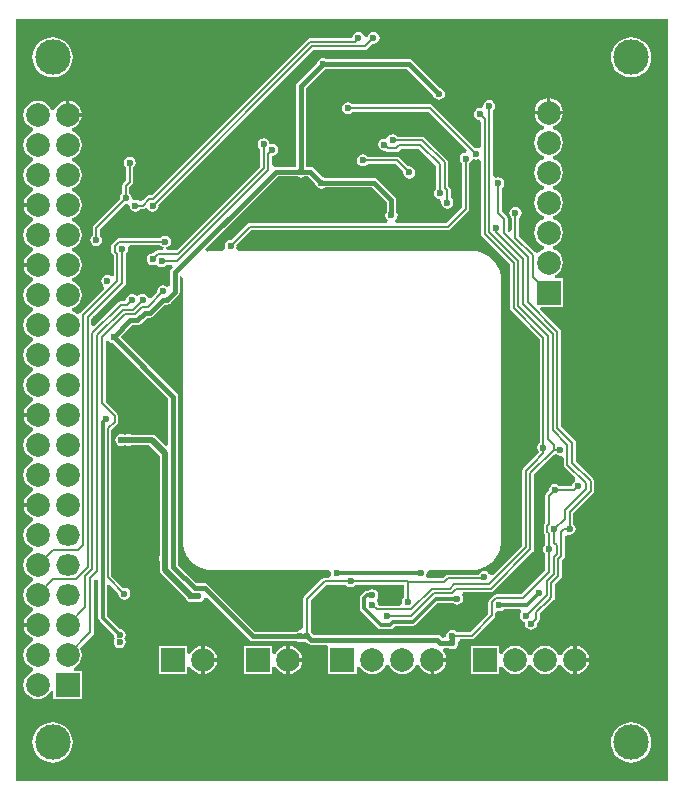
<source format=gbl>
G04*
G04 #@! TF.GenerationSoftware,Altium Limited,Altium Designer,20.0.11 (256)*
G04*
G04 Layer_Physical_Order=2*
G04 Layer_Color=5485115*
%FSLAX24Y24*%
%MOIN*%
G70*
G01*
G75*
%ADD10C,0.0118*%
%ADD11C,0.0079*%
%ADD61C,0.0157*%
%ADD63C,0.0197*%
%ADD65R,0.0787X0.0787*%
%ADD66C,0.0787*%
%ADD67O,0.0787X0.0709*%
%ADD68R,0.0787X0.0787*%
%ADD69C,0.1181*%
%ADD70C,0.0236*%
G36*
X21872Y161D02*
X161D01*
X161Y25568D01*
X21872D01*
X21872Y161D01*
D02*
G37*
%LPC*%
G36*
X12067Y25132D02*
X11990Y25117D01*
X11925Y25073D01*
X11882Y25008D01*
X11878Y24991D01*
X11857Y24974D01*
X11760Y25000D01*
X11750Y25008D01*
X11707Y25073D01*
X11642Y25117D01*
X11565Y25132D01*
X11488Y25117D01*
X11423Y25073D01*
X11380Y25008D01*
X11364Y24931D01*
X11358Y24924D01*
X9954D01*
X9908Y24914D01*
X9869Y24888D01*
X9869Y24888D01*
X4668Y19687D01*
X4596D01*
X4596Y19687D01*
X4550Y19678D01*
X4511Y19652D01*
X4372Y19513D01*
X4276Y19482D01*
X4211Y19526D01*
X4134Y19541D01*
X4102Y19535D01*
X4030Y19568D01*
X4004Y19608D01*
X3994Y19654D01*
X3951Y19719D01*
X3929Y19733D01*
Y19940D01*
X4032Y20043D01*
X4032Y20043D01*
X4058Y20082D01*
X4067Y20128D01*
X4067Y20128D01*
Y20611D01*
X4089Y20626D01*
X4132Y20691D01*
X4148Y20768D01*
X4132Y20845D01*
X4089Y20910D01*
X4024Y20953D01*
X3947Y20968D01*
X3870Y20953D01*
X3805Y20910D01*
X3761Y20845D01*
X3746Y20768D01*
X3761Y20691D01*
X3805Y20626D01*
X3826Y20611D01*
Y20178D01*
X3724Y20075D01*
X3698Y20036D01*
X3689Y19990D01*
X3689Y19990D01*
Y19733D01*
X3667Y19719D01*
X3624Y19654D01*
X3608Y19577D01*
X3613Y19551D01*
X2740Y18678D01*
X2714Y18639D01*
X2704Y18593D01*
X2704Y18593D01*
Y18345D01*
X2683Y18331D01*
X2639Y18266D01*
X2624Y18189D01*
X2639Y18112D01*
X2683Y18047D01*
X2748Y18004D01*
X2825Y17988D01*
X2902Y18004D01*
X2967Y18047D01*
X3010Y18112D01*
X3026Y18189D01*
X3010Y18266D01*
X2967Y18331D01*
X2945Y18345D01*
Y18543D01*
X3784Y19381D01*
X3809Y19376D01*
X3841Y19382D01*
X3913Y19350D01*
X3939Y19309D01*
X3948Y19264D01*
X3992Y19199D01*
X4057Y19155D01*
X4134Y19140D01*
X4211Y19155D01*
X4276Y19199D01*
X4290Y19220D01*
X4370D01*
X4370Y19220D01*
X4416Y19229D01*
X4423Y19234D01*
X4476Y19245D01*
X4549Y19210D01*
X4563Y19189D01*
X4628Y19145D01*
X4705Y19130D01*
X4782Y19145D01*
X4847Y19189D01*
X4890Y19254D01*
X4905Y19331D01*
X4900Y19356D01*
X10070Y24525D01*
X11781D01*
X11782Y24525D01*
X11828Y24534D01*
X11867Y24561D01*
X12042Y24735D01*
X12067Y24730D01*
X12144Y24746D01*
X12209Y24789D01*
X12252Y24854D01*
X12268Y24931D01*
X12252Y25008D01*
X12209Y25073D01*
X12144Y25117D01*
X12067Y25132D01*
D02*
G37*
G36*
X20659Y24954D02*
X20528Y24941D01*
X20402Y24903D01*
X20286Y24841D01*
X20184Y24757D01*
X20100Y24655D01*
X20038Y24539D01*
X20000Y24413D01*
X19987Y24281D01*
X20000Y24150D01*
X20038Y24024D01*
X20100Y23908D01*
X20184Y23806D01*
X20286Y23722D01*
X20402Y23660D01*
X20528Y23622D01*
X20659Y23609D01*
X20791Y23622D01*
X20917Y23660D01*
X21033Y23722D01*
X21135Y23806D01*
X21219Y23908D01*
X21281Y24024D01*
X21319Y24150D01*
X21332Y24281D01*
X21319Y24413D01*
X21281Y24539D01*
X21219Y24655D01*
X21135Y24757D01*
X21033Y24841D01*
X20917Y24903D01*
X20791Y24941D01*
X20659Y24954D01*
D02*
G37*
G36*
X1373D02*
X1242Y24941D01*
X1116Y24903D01*
X1000Y24841D01*
X898Y24757D01*
X814Y24655D01*
X752Y24539D01*
X714Y24413D01*
X701Y24281D01*
X714Y24150D01*
X752Y24024D01*
X814Y23908D01*
X898Y23806D01*
X1000Y23722D01*
X1116Y23660D01*
X1242Y23622D01*
X1373Y23609D01*
X1504Y23622D01*
X1631Y23660D01*
X1747Y23722D01*
X1849Y23806D01*
X1932Y23908D01*
X1994Y24024D01*
X2033Y24150D01*
X2046Y24281D01*
X2033Y24413D01*
X1994Y24539D01*
X1932Y24655D01*
X1849Y24757D01*
X1747Y24841D01*
X1631Y24903D01*
X1504Y24941D01*
X1373Y24954D01*
D02*
G37*
G36*
X10384Y24266D02*
X10307Y24250D01*
X10242Y24207D01*
X10198Y24142D01*
X10190Y24098D01*
X9532Y23440D01*
X9497Y23388D01*
X9485Y23327D01*
X9485Y23327D01*
Y20633D01*
X8806D01*
X8806Y20633D01*
X8782Y20628D01*
X8697Y20681D01*
X8683Y20698D01*
Y20994D01*
X8691Y21000D01*
X8768Y21015D01*
X8833Y21059D01*
X8876Y21124D01*
X8892Y21201D01*
X8876Y21278D01*
X8833Y21343D01*
X8768Y21386D01*
X8691Y21401D01*
X8614Y21386D01*
X8595Y21433D01*
X8591Y21455D01*
X8547Y21520D01*
X8482Y21563D01*
X8406Y21579D01*
X8329Y21563D01*
X8264Y21520D01*
X8220Y21455D01*
X8205Y21378D01*
X8220Y21301D01*
X8264Y21236D01*
X8285Y21222D01*
Y20627D01*
X5505Y17847D01*
X5176D01*
X5172Y17849D01*
X5164Y17948D01*
X5195Y17954D01*
X5260Y17998D01*
X5304Y18063D01*
X5319Y18140D01*
X5304Y18217D01*
X5260Y18282D01*
X5195Y18325D01*
X5118Y18340D01*
X5041Y18325D01*
X4976Y18282D01*
X4962Y18260D01*
X3593D01*
X3593Y18260D01*
X3547Y18251D01*
X3508Y18225D01*
X3508Y18225D01*
X3370Y18087D01*
X3343Y18047D01*
X3334Y18001D01*
X3334Y18001D01*
Y17806D01*
X3334Y17806D01*
X3343Y17760D01*
X3370Y17721D01*
X3413Y17677D01*
Y17027D01*
X3375Y17002D01*
X3315Y16984D01*
X3266Y17016D01*
X3189Y17031D01*
X3112Y17016D01*
X3047Y16973D01*
X3004Y16908D01*
X2988Y16831D01*
X3004Y16754D01*
X3047Y16689D01*
X3064Y16677D01*
X3084Y16558D01*
X2300Y15774D01*
X2290Y15759D01*
X2278Y15750D01*
X2204Y15731D01*
X2172Y15730D01*
X2111Y15777D01*
X2024Y15813D01*
Y15915D01*
X2111Y15951D01*
X2210Y16027D01*
X2286Y16126D01*
X2333Y16241D01*
X2350Y16364D01*
X2333Y16488D01*
X2286Y16602D01*
X2210Y16701D01*
X2111Y16777D01*
X2024Y16813D01*
Y16915D01*
X2111Y16952D01*
X2210Y17027D01*
X2286Y17126D01*
X2333Y17241D01*
X2350Y17364D01*
X2333Y17488D01*
X2286Y17602D01*
X2210Y17701D01*
X2111Y17777D01*
X2024Y17813D01*
Y17915D01*
X2111Y17952D01*
X2210Y18027D01*
X2286Y18126D01*
X2333Y18241D01*
X2350Y18364D01*
X2333Y18488D01*
X2286Y18602D01*
X2210Y18701D01*
X2111Y18777D01*
X2024Y18813D01*
Y18915D01*
X2111Y18951D01*
X2210Y19027D01*
X2286Y19126D01*
X2333Y19241D01*
X2350Y19364D01*
X2333Y19488D01*
X2286Y19602D01*
X2210Y19701D01*
X2111Y19777D01*
X2024Y19813D01*
Y19915D01*
X2111Y19951D01*
X2210Y20027D01*
X2286Y20126D01*
X2333Y20241D01*
X2350Y20364D01*
X2333Y20488D01*
X2286Y20602D01*
X2210Y20701D01*
X2111Y20777D01*
X2024Y20813D01*
Y20915D01*
X2111Y20951D01*
X2210Y21027D01*
X2286Y21126D01*
X2333Y21241D01*
X2350Y21364D01*
X2333Y21488D01*
X2286Y21602D01*
X2210Y21701D01*
X2111Y21777D01*
X2024Y21813D01*
Y21915D01*
X2111Y21951D01*
X2210Y22027D01*
X2286Y22126D01*
X2333Y22241D01*
X2342Y22305D01*
X1873D01*
Y22364D01*
X1814D01*
Y22833D01*
X1750Y22824D01*
X1635Y22777D01*
X1536Y22701D01*
X1460Y22602D01*
X1424Y22515D01*
X1322D01*
X1286Y22602D01*
X1210Y22701D01*
X1111Y22777D01*
X996Y22824D01*
X873Y22841D01*
X750Y22824D01*
X635Y22777D01*
X536Y22701D01*
X460Y22602D01*
X413Y22488D01*
X397Y22364D01*
X413Y22241D01*
X460Y22126D01*
X536Y22027D01*
X635Y21951D01*
X722Y21915D01*
Y21813D01*
X635Y21777D01*
X536Y21701D01*
X460Y21602D01*
X413Y21488D01*
X397Y21364D01*
X413Y21241D01*
X460Y21126D01*
X536Y21027D01*
X635Y20951D01*
X722Y20915D01*
Y20813D01*
X635Y20777D01*
X536Y20701D01*
X460Y20602D01*
X413Y20488D01*
X397Y20364D01*
X413Y20241D01*
X460Y20126D01*
X536Y20027D01*
X635Y19951D01*
X722Y19915D01*
Y19813D01*
X635Y19777D01*
X536Y19701D01*
X460Y19602D01*
X413Y19488D01*
X404Y19423D01*
X873D01*
Y19305D01*
X404D01*
X413Y19241D01*
X460Y19126D01*
X536Y19027D01*
X635Y18951D01*
X722Y18915D01*
Y18813D01*
X635Y18777D01*
X536Y18701D01*
X460Y18602D01*
X413Y18488D01*
X397Y18364D01*
X413Y18241D01*
X460Y18126D01*
X536Y18027D01*
X635Y17952D01*
X722Y17915D01*
Y17813D01*
X635Y17777D01*
X536Y17701D01*
X460Y17602D01*
X413Y17488D01*
X404Y17423D01*
X873D01*
Y17305D01*
X404D01*
X413Y17241D01*
X460Y17126D01*
X536Y17027D01*
X635Y16952D01*
X722Y16915D01*
Y16813D01*
X635Y16777D01*
X536Y16701D01*
X460Y16602D01*
X413Y16488D01*
X397Y16364D01*
X413Y16241D01*
X460Y16126D01*
X536Y16027D01*
X635Y15951D01*
X722Y15915D01*
Y15813D01*
X635Y15777D01*
X536Y15701D01*
X460Y15602D01*
X413Y15488D01*
X397Y15364D01*
X413Y15241D01*
X460Y15126D01*
X536Y15027D01*
X635Y14951D01*
X722Y14915D01*
Y14813D01*
X635Y14777D01*
X536Y14701D01*
X460Y14602D01*
X413Y14488D01*
X397Y14364D01*
X413Y14241D01*
X460Y14126D01*
X536Y14027D01*
X635Y13951D01*
X722Y13915D01*
Y13813D01*
X635Y13777D01*
X536Y13701D01*
X460Y13602D01*
X413Y13488D01*
X397Y13364D01*
X413Y13241D01*
X460Y13126D01*
X536Y13027D01*
X635Y12952D01*
X722Y12915D01*
Y12813D01*
X635Y12777D01*
X536Y12701D01*
X460Y12602D01*
X413Y12488D01*
X404Y12423D01*
X873D01*
Y12305D01*
X404D01*
X413Y12241D01*
X460Y12126D01*
X536Y12027D01*
X635Y11952D01*
X722Y11915D01*
Y11813D01*
X635Y11777D01*
X536Y11701D01*
X460Y11602D01*
X413Y11488D01*
X397Y11364D01*
X413Y11241D01*
X460Y11126D01*
X536Y11027D01*
X635Y10951D01*
X722Y10915D01*
Y10813D01*
X635Y10777D01*
X536Y10701D01*
X460Y10602D01*
X413Y10488D01*
X397Y10364D01*
X413Y10241D01*
X460Y10126D01*
X536Y10027D01*
X635Y9952D01*
X722Y9915D01*
Y9813D01*
X635Y9777D01*
X536Y9701D01*
X460Y9602D01*
X413Y9488D01*
X404Y9423D01*
X873D01*
Y9305D01*
X404D01*
X413Y9241D01*
X460Y9126D01*
X536Y9027D01*
X635Y8952D01*
X722Y8915D01*
Y8813D01*
X635Y8777D01*
X536Y8701D01*
X460Y8602D01*
X413Y8487D01*
X397Y8364D01*
X413Y8241D01*
X460Y8126D01*
X536Y8027D01*
X635Y7951D01*
X722Y7915D01*
Y7813D01*
X635Y7777D01*
X536Y7701D01*
X460Y7602D01*
X413Y7487D01*
X397Y7364D01*
X413Y7241D01*
X460Y7126D01*
X536Y7027D01*
X635Y6952D01*
X722Y6915D01*
Y6813D01*
X635Y6777D01*
X536Y6701D01*
X460Y6602D01*
X413Y6488D01*
X397Y6364D01*
X413Y6241D01*
X460Y6126D01*
X536Y6027D01*
X635Y5951D01*
X722Y5915D01*
Y5813D01*
X635Y5777D01*
X536Y5701D01*
X460Y5602D01*
X413Y5487D01*
X404Y5423D01*
X873D01*
Y5305D01*
X404D01*
X413Y5241D01*
X460Y5126D01*
X536Y5027D01*
X635Y4951D01*
X722Y4915D01*
Y4813D01*
X635Y4777D01*
X536Y4701D01*
X460Y4602D01*
X413Y4487D01*
X397Y4364D01*
X413Y4241D01*
X460Y4126D01*
X536Y4027D01*
X635Y3952D01*
X722Y3915D01*
Y3813D01*
X635Y3777D01*
X536Y3701D01*
X460Y3602D01*
X413Y3487D01*
X397Y3364D01*
X413Y3241D01*
X460Y3126D01*
X536Y3027D01*
X635Y2952D01*
X750Y2904D01*
X873Y2888D01*
X996Y2904D01*
X1111Y2952D01*
X1210Y3027D01*
X1286Y3126D01*
X1302Y3166D01*
X1401Y3146D01*
Y2892D01*
X2346D01*
Y3837D01*
X2091D01*
X2072Y3935D01*
X2111Y3952D01*
X2210Y4027D01*
X2286Y4126D01*
X2333Y4241D01*
X2350Y4364D01*
X2333Y4487D01*
X2286Y4602D01*
X2284Y4605D01*
X2713Y5034D01*
X2739Y5073D01*
X2748Y5119D01*
Y6858D01*
X2796Y6896D01*
X2894Y6852D01*
Y5597D01*
X2905Y5544D01*
X2935Y5498D01*
X3402Y5031D01*
X3402Y5030D01*
X3417Y4953D01*
X3445Y4911D01*
X3417Y4870D01*
X3402Y4793D01*
X3417Y4716D01*
X3460Y4651D01*
X3526Y4608D01*
X3602Y4593D01*
X3679Y4608D01*
X3744Y4651D01*
X3788Y4716D01*
X3803Y4793D01*
X3788Y4870D01*
X3760Y4911D01*
X3788Y4953D01*
X3803Y5030D01*
X3788Y5106D01*
X3744Y5171D01*
X3679Y5215D01*
X3602Y5230D01*
X3601Y5230D01*
X3175Y5656D01*
Y6693D01*
X3266Y6731D01*
X3564Y6433D01*
X3559Y6407D01*
X3574Y6331D01*
X3618Y6266D01*
X3683Y6222D01*
X3760Y6207D01*
X3837Y6222D01*
X3902Y6266D01*
X3945Y6331D01*
X3961Y6407D01*
X3945Y6484D01*
X3902Y6549D01*
X3837Y6593D01*
X3760Y6608D01*
X3734Y6603D01*
X3332Y7005D01*
Y11863D01*
X3520Y12051D01*
X3520Y12051D01*
X3546Y12090D01*
X3555Y12136D01*
X3555Y12136D01*
Y12323D01*
X3555Y12323D01*
X3546Y12369D01*
X3520Y12408D01*
X3520Y12408D01*
X3135Y12793D01*
Y14834D01*
X3234Y14854D01*
X3264Y14809D01*
X3329Y14765D01*
X3373Y14757D01*
X5233Y12896D01*
Y11352D01*
X5142Y11314D01*
X4803Y11653D01*
X4744Y11692D01*
X4675Y11706D01*
X3982D01*
X3974Y11711D01*
X3898Y11726D01*
X3821Y11711D01*
X3814Y11706D01*
X3745D01*
X3738Y11711D01*
X3661Y11726D01*
X3585Y11711D01*
X3519Y11668D01*
X3476Y11602D01*
X3461Y11526D01*
X3476Y11449D01*
X3519Y11384D01*
X3585Y11340D01*
X3661Y11325D01*
X3738Y11340D01*
X3745Y11345D01*
X3814D01*
X3821Y11340D01*
X3898Y11325D01*
X3974Y11340D01*
X3982Y11345D01*
X4600D01*
X4937Y11008D01*
Y7673D01*
X4933Y7665D01*
X4917Y7589D01*
X4933Y7512D01*
X4937Y7505D01*
Y7193D01*
X4951Y7124D01*
X4990Y7065D01*
X5805Y6251D01*
X5807Y6242D01*
X5850Y6177D01*
X5915Y6133D01*
X5992Y6118D01*
X6069Y6133D01*
X6076Y6138D01*
X6144D01*
X6152Y6133D01*
X6228Y6118D01*
X6305Y6133D01*
X6370Y6177D01*
X6414Y6242D01*
X6415Y6250D01*
X6522Y6282D01*
X7938Y4867D01*
X7938Y4867D01*
X7990Y4832D01*
X8051Y4820D01*
X9502D01*
X9539Y4795D01*
X9616Y4780D01*
X9693Y4795D01*
X9730Y4820D01*
X9738D01*
X9776Y4795D01*
X9819Y4786D01*
X9857Y4749D01*
X9857Y4749D01*
X9909Y4714D01*
X9970Y4702D01*
X9970Y4702D01*
X10476D01*
X10559Y4665D01*
X10559Y4603D01*
Y3720D01*
X11504D01*
Y3975D01*
X11602Y3994D01*
X11619Y3955D01*
X11695Y3856D01*
X11793Y3780D01*
X11908Y3733D01*
X12032Y3716D01*
X12155Y3733D01*
X12270Y3780D01*
X12368Y3856D01*
X12444Y3955D01*
X12480Y4042D01*
X12583D01*
X12619Y3955D01*
X12695Y3856D01*
X12793Y3780D01*
X12908Y3733D01*
X13032Y3716D01*
X13155Y3733D01*
X13270Y3780D01*
X13368Y3856D01*
X13444Y3955D01*
X13480Y4042D01*
X13583D01*
X13619Y3955D01*
X13695Y3856D01*
X13793Y3780D01*
X13908Y3733D01*
X13972Y3724D01*
Y4193D01*
X14031D01*
Y4252D01*
X14500D01*
X14492Y4316D01*
X14444Y4431D01*
X14388Y4505D01*
X14418Y4587D01*
X14431Y4603D01*
X14566D01*
X14618Y4569D01*
X14695Y4553D01*
X14772Y4569D01*
X14837Y4612D01*
X14880Y4677D01*
X14896Y4754D01*
X14890Y4781D01*
X14953Y4873D01*
X14963Y4880D01*
X15335D01*
X15335Y4880D01*
X15381Y4889D01*
X15420Y4915D01*
X16099Y5594D01*
X16125Y5633D01*
X16134Y5679D01*
Y5761D01*
X16233Y5828D01*
X16260Y5823D01*
X16337Y5838D01*
X16402Y5882D01*
X16403Y5883D01*
X16949D01*
X16974Y5846D01*
X16993Y5785D01*
X16960Y5736D01*
X16945Y5659D01*
X16960Y5583D01*
X17004Y5518D01*
X17069Y5474D01*
X17130Y5462D01*
X17117Y5396D01*
X17132Y5319D01*
X17176Y5254D01*
X17241Y5210D01*
X17318Y5195D01*
X17394Y5210D01*
X17460Y5254D01*
X17503Y5319D01*
X17518Y5396D01*
X17513Y5421D01*
X17575Y5483D01*
X17601Y5522D01*
X17611Y5568D01*
X17611Y5568D01*
Y5731D01*
X17989Y6110D01*
X18077Y6198D01*
X18077Y6198D01*
X18103Y6237D01*
X18113Y6283D01*
Y6719D01*
X18313Y6920D01*
X18313Y6920D01*
X18340Y6959D01*
X18349Y7005D01*
X18349Y7005D01*
Y7523D01*
X18412Y7586D01*
X18438Y7625D01*
X18447Y7671D01*
X18447Y7671D01*
Y8312D01*
X18477Y8337D01*
X18546Y8374D01*
X18602Y8362D01*
X18679Y8378D01*
X18744Y8421D01*
X18788Y8486D01*
X18803Y8563D01*
X18788Y8640D01*
X18744Y8705D01*
X18723Y8719D01*
Y9074D01*
X19396Y9748D01*
X19396Y9748D01*
X19422Y9787D01*
X19431Y9833D01*
Y10147D01*
X19431Y10147D01*
X19422Y10193D01*
X19396Y10232D01*
X19396Y10232D01*
X18811Y10817D01*
Y11155D01*
X18811Y11155D01*
Y11423D01*
X18811Y11423D01*
X18802Y11470D01*
X18776Y11509D01*
X18776Y11509D01*
X18319Y11966D01*
Y15138D01*
X18310Y15184D01*
X18284Y15223D01*
X17629Y15878D01*
X17667Y15969D01*
X18376D01*
Y16913D01*
X18122D01*
X18102Y17012D01*
X18142Y17028D01*
X18240Y17104D01*
X18316Y17203D01*
X18364Y17318D01*
X18380Y17441D01*
X18364Y17564D01*
X18316Y17679D01*
X18240Y17778D01*
X18142Y17854D01*
X18055Y17890D01*
Y17992D01*
X18142Y18028D01*
X18240Y18104D01*
X18316Y18203D01*
X18364Y18318D01*
X18380Y18441D01*
X18364Y18564D01*
X18316Y18679D01*
X18240Y18778D01*
X18142Y18854D01*
X18055Y18890D01*
Y18992D01*
X18142Y19028D01*
X18240Y19104D01*
X18316Y19203D01*
X18364Y19318D01*
X18380Y19441D01*
X18364Y19564D01*
X18316Y19679D01*
X18240Y19778D01*
X18142Y19854D01*
X18055Y19890D01*
Y19992D01*
X18142Y20028D01*
X18240Y20104D01*
X18316Y20203D01*
X18364Y20318D01*
X18380Y20441D01*
X18364Y20564D01*
X18316Y20679D01*
X18240Y20778D01*
X18142Y20854D01*
X18055Y20890D01*
Y20992D01*
X18142Y21028D01*
X18240Y21104D01*
X18316Y21203D01*
X18364Y21318D01*
X18380Y21441D01*
X18364Y21564D01*
X18316Y21679D01*
X18240Y21778D01*
X18142Y21854D01*
X18055Y21890D01*
Y21992D01*
X18142Y22028D01*
X18240Y22104D01*
X18316Y22203D01*
X18364Y22318D01*
X18372Y22382D01*
X17904D01*
X17435D01*
X17443Y22318D01*
X17491Y22203D01*
X17567Y22104D01*
X17665Y22028D01*
X17752Y21992D01*
Y21890D01*
X17665Y21854D01*
X17567Y21778D01*
X17491Y21679D01*
X17443Y21564D01*
X17427Y21441D01*
X17443Y21318D01*
X17491Y21203D01*
X17567Y21104D01*
X17665Y21028D01*
X17752Y20992D01*
Y20890D01*
X17665Y20854D01*
X17567Y20778D01*
X17491Y20679D01*
X17443Y20564D01*
X17427Y20441D01*
X17443Y20318D01*
X17491Y20203D01*
X17567Y20104D01*
X17665Y20028D01*
X17752Y19992D01*
Y19890D01*
X17665Y19854D01*
X17567Y19778D01*
X17491Y19679D01*
X17443Y19564D01*
X17427Y19441D01*
X17443Y19318D01*
X17491Y19203D01*
X17567Y19104D01*
X17665Y19028D01*
X17752Y18992D01*
Y18890D01*
X17665Y18854D01*
X17567Y18778D01*
X17491Y18679D01*
X17443Y18564D01*
X17427Y18441D01*
X17443Y18318D01*
X17491Y18203D01*
X17567Y18104D01*
X17665Y18028D01*
X17752Y17992D01*
Y17890D01*
X17665Y17854D01*
X17574Y17784D01*
X17557Y17777D01*
X17543Y17775D01*
X17449Y17786D01*
X16922Y18313D01*
Y18938D01*
X16943Y18953D01*
X16987Y19018D01*
X17002Y19094D01*
X16987Y19171D01*
X16943Y19236D01*
X16878Y19280D01*
X16801Y19295D01*
X16724Y19280D01*
X16659Y19236D01*
X16616Y19171D01*
X16600Y19094D01*
X16616Y19018D01*
X16659Y18953D01*
X16681Y18938D01*
Y18511D01*
X16582Y18463D01*
X16538Y18498D01*
Y18907D01*
X16529Y18954D01*
X16502Y18993D01*
X16502Y18993D01*
X16351Y19144D01*
Y19922D01*
X16372Y19937D01*
X16416Y20002D01*
X16431Y20079D01*
X16416Y20156D01*
X16372Y20221D01*
X16307Y20264D01*
X16230Y20279D01*
X16154Y20264D01*
X16144Y20258D01*
X16046Y20310D01*
Y22501D01*
X16067Y22516D01*
X16111Y22581D01*
X16126Y22657D01*
X16111Y22734D01*
X16067Y22799D01*
X16002Y22843D01*
X15925Y22858D01*
X15848Y22843D01*
X15783Y22799D01*
X15740Y22734D01*
X15725Y22662D01*
X15723Y22656D01*
X15638Y22587D01*
X15610Y22592D01*
X15533Y22577D01*
X15468Y22534D01*
X15425Y22469D01*
X15410Y22392D01*
X15425Y22315D01*
X15468Y22250D01*
X15533Y22206D01*
X15610Y22191D01*
X15647Y22098D01*
Y21318D01*
X15568Y21264D01*
X15549Y21260D01*
X15482Y21274D01*
X15457Y21268D01*
X14052Y22674D01*
X14013Y22700D01*
X13967Y22709D01*
X13967Y22709D01*
X11367D01*
X11353Y22731D01*
X11287Y22774D01*
X11211Y22789D01*
X11134Y22774D01*
X11069Y22731D01*
X11025Y22665D01*
X11010Y22589D01*
X11025Y22512D01*
X11069Y22447D01*
X11134Y22403D01*
X11211Y22388D01*
X11287Y22403D01*
X11353Y22447D01*
X11367Y22468D01*
X13917D01*
X15188Y21197D01*
X15140Y21106D01*
X15138Y21106D01*
X15061Y21091D01*
X14996Y21047D01*
X14952Y20982D01*
X14937Y20906D01*
X14952Y20829D01*
X14996Y20764D01*
X15017Y20749D01*
Y19282D01*
X14488Y18752D01*
X12805D01*
X12775Y18851D01*
X12809Y18874D01*
X12853Y18939D01*
X12868Y19016D01*
X12853Y19093D01*
X12828Y19130D01*
Y19528D01*
X12816Y19589D01*
X12781Y19641D01*
X12200Y20222D01*
X12148Y20257D01*
X12087Y20269D01*
X12087Y20269D01*
X10439D01*
X10402Y20294D01*
X10358Y20302D01*
X10074Y20586D01*
X10022Y20621D01*
X9961Y20633D01*
X9961Y20633D01*
X9806D01*
Y23260D01*
X10417Y23871D01*
X10461Y23880D01*
X10498Y23904D01*
X13182D01*
X14058Y23028D01*
X14067Y22984D01*
X14110Y22919D01*
X14175Y22876D01*
X14252Y22860D01*
X14329Y22876D01*
X14394Y22919D01*
X14437Y22984D01*
X14453Y23061D01*
X14437Y23138D01*
X14394Y23203D01*
X14329Y23246D01*
X14285Y23255D01*
X13362Y24179D01*
X13309Y24213D01*
X13248Y24226D01*
X13248Y24226D01*
X10498D01*
X10461Y24250D01*
X10384Y24266D01*
D02*
G37*
G36*
X17963Y22910D02*
Y22500D01*
X18372D01*
X18364Y22564D01*
X18316Y22679D01*
X18240Y22778D01*
X18142Y22854D01*
X18027Y22901D01*
X17963Y22910D01*
D02*
G37*
G36*
X17844D02*
X17780Y22901D01*
X17665Y22854D01*
X17567Y22778D01*
X17491Y22679D01*
X17443Y22564D01*
X17435Y22500D01*
X17844D01*
Y22910D01*
D02*
G37*
G36*
X1932Y22833D02*
Y22423D01*
X2342D01*
X2333Y22488D01*
X2286Y22602D01*
X2210Y22701D01*
X2111Y22777D01*
X1996Y22824D01*
X1932Y22833D01*
D02*
G37*
G36*
X11713Y21047D02*
X11636Y21032D01*
X11571Y20988D01*
X11527Y20923D01*
X11512Y20846D01*
X11527Y20770D01*
X11571Y20705D01*
X11636Y20661D01*
X11713Y20646D01*
X11789Y20661D01*
X11855Y20705D01*
X11869Y20726D01*
X12804D01*
X13062Y20468D01*
X13057Y20443D01*
X13072Y20366D01*
X13116Y20301D01*
X13181Y20257D01*
X13258Y20242D01*
X13335Y20257D01*
X13400Y20301D01*
X13443Y20366D01*
X13459Y20443D01*
X13443Y20520D01*
X13400Y20585D01*
X13335Y20628D01*
X13258Y20644D01*
X13233Y20639D01*
X12939Y20932D01*
X12900Y20958D01*
X12854Y20967D01*
X12854Y20967D01*
X11869D01*
X11855Y20988D01*
X11789Y21032D01*
X11713Y21047D01*
D02*
G37*
G36*
X12709Y21718D02*
X12632Y21702D01*
X12567Y21659D01*
X12523Y21594D01*
X12431Y21569D01*
X12354Y21554D01*
X12289Y21510D01*
X12246Y21445D01*
X12230Y21368D01*
X12246Y21291D01*
X12289Y21226D01*
X12354Y21183D01*
X12431Y21167D01*
X12456Y21172D01*
X12464Y21165D01*
X12464Y21165D01*
X12503Y21139D01*
X12549Y21130D01*
X12549Y21130D01*
X12825D01*
X12825Y21130D01*
X12871Y21139D01*
X12910Y21165D01*
X12984Y21239D01*
X13585D01*
X14161Y20662D01*
Y19910D01*
X14140Y19896D01*
X14096Y19831D01*
X14081Y19754D01*
X14096Y19677D01*
X14140Y19612D01*
X14205Y19569D01*
X14258Y19558D01*
X14287Y19543D01*
X14332Y19463D01*
X14327Y19439D01*
X14342Y19362D01*
X14386Y19297D01*
X14451Y19254D01*
X14528Y19238D01*
X14604Y19254D01*
X14669Y19297D01*
X14713Y19362D01*
X14728Y19439D01*
X14713Y19516D01*
X14669Y19581D01*
X14648Y19595D01*
Y19843D01*
X14639Y19889D01*
X14613Y19928D01*
X14613Y19928D01*
X14559Y19981D01*
Y20778D01*
X14559Y20778D01*
X14550Y20824D01*
X14524Y20863D01*
X14524Y20863D01*
X13785Y21602D01*
X13746Y21628D01*
X13700Y21637D01*
X13700Y21637D01*
X12865D01*
X12851Y21659D01*
X12786Y21702D01*
X12709Y21718D01*
D02*
G37*
G36*
X17781Y4669D02*
X17658Y4653D01*
X17543Y4606D01*
X17445Y4530D01*
X17369Y4431D01*
X17333Y4344D01*
X17230D01*
X17194Y4431D01*
X17118Y4530D01*
X17020Y4606D01*
X16905Y4653D01*
X16781Y4669D01*
X16658Y4653D01*
X16543Y4606D01*
X16445Y4530D01*
X16369Y4431D01*
X16352Y4391D01*
X16254Y4411D01*
Y4665D01*
X15309D01*
Y3720D01*
X16254D01*
Y3975D01*
X16352Y3994D01*
X16369Y3955D01*
X16445Y3856D01*
X16543Y3780D01*
X16658Y3733D01*
X16781Y3716D01*
X16905Y3733D01*
X17020Y3780D01*
X17118Y3856D01*
X17194Y3955D01*
X17230Y4042D01*
X17333D01*
X17369Y3955D01*
X17445Y3856D01*
X17543Y3780D01*
X17658Y3733D01*
X17781Y3716D01*
X17905Y3733D01*
X18020Y3780D01*
X18118Y3856D01*
X18194Y3955D01*
X18230Y4042D01*
X18333D01*
X18369Y3955D01*
X18445Y3856D01*
X18543Y3780D01*
X18658Y3733D01*
X18722Y3724D01*
Y4193D01*
Y4662D01*
X18658Y4653D01*
X18543Y4606D01*
X18445Y4530D01*
X18369Y4431D01*
X18333Y4344D01*
X18230D01*
X18194Y4431D01*
X18118Y4530D01*
X18020Y4606D01*
X17905Y4653D01*
X17781Y4669D01*
D02*
G37*
G36*
X18841Y4662D02*
Y4252D01*
X19250D01*
X19242Y4316D01*
X19194Y4431D01*
X19118Y4530D01*
X19020Y4606D01*
X18905Y4653D01*
X18841Y4662D01*
D02*
G37*
G36*
X9281D02*
Y4252D01*
X9691D01*
X9683Y4316D01*
X9635Y4431D01*
X9559Y4530D01*
X9461Y4606D01*
X9346Y4653D01*
X9281Y4662D01*
D02*
G37*
G36*
X6437D02*
Y4252D01*
X6847D01*
X6838Y4316D01*
X6791Y4431D01*
X6715Y4530D01*
X6616Y4606D01*
X6501Y4653D01*
X6437Y4662D01*
D02*
G37*
G36*
X19250Y4134D02*
X18841D01*
Y3724D01*
X18905Y3733D01*
X19020Y3780D01*
X19118Y3856D01*
X19194Y3955D01*
X19242Y4070D01*
X19250Y4134D01*
D02*
G37*
G36*
X14500D02*
X14091D01*
Y3724D01*
X14155Y3733D01*
X14270Y3780D01*
X14368Y3856D01*
X14444Y3955D01*
X14492Y4070D01*
X14500Y4134D01*
D02*
G37*
G36*
X9691D02*
X9281D01*
Y3724D01*
X9346Y3733D01*
X9461Y3780D01*
X9559Y3856D01*
X9635Y3955D01*
X9683Y4070D01*
X9691Y4134D01*
D02*
G37*
G36*
X8695Y4665D02*
X7750D01*
Y3720D01*
X8695D01*
Y3975D01*
X8793Y3994D01*
X8810Y3955D01*
X8885Y3856D01*
X8984Y3780D01*
X9099Y3733D01*
X9163Y3724D01*
Y4193D01*
Y4662D01*
X9099Y4653D01*
X8984Y4606D01*
X8885Y4530D01*
X8810Y4431D01*
X8793Y4391D01*
X8695Y4411D01*
Y4665D01*
D02*
G37*
G36*
X6847Y4134D02*
X6437D01*
Y3724D01*
X6501Y3733D01*
X6616Y3780D01*
X6715Y3856D01*
X6791Y3955D01*
X6838Y4070D01*
X6847Y4134D01*
D02*
G37*
G36*
X5850Y4665D02*
X4906D01*
Y3720D01*
X5850D01*
Y3975D01*
X5949Y3994D01*
X5965Y3955D01*
X6041Y3856D01*
X6140Y3780D01*
X6255Y3733D01*
X6319Y3724D01*
Y4193D01*
Y4662D01*
X6255Y4653D01*
X6140Y4606D01*
X6041Y4530D01*
X5965Y4431D01*
X5949Y4391D01*
X5850Y4411D01*
Y4665D01*
D02*
G37*
G36*
X20659Y2119D02*
X20528Y2106D01*
X20402Y2068D01*
X20286Y2006D01*
X20184Y1922D01*
X20100Y1820D01*
X20038Y1704D01*
X20000Y1578D01*
X19987Y1447D01*
X20000Y1316D01*
X20038Y1189D01*
X20100Y1073D01*
X20184Y971D01*
X20286Y888D01*
X20402Y826D01*
X20528Y787D01*
X20659Y774D01*
X20791Y787D01*
X20917Y826D01*
X21033Y888D01*
X21135Y971D01*
X21219Y1073D01*
X21281Y1189D01*
X21319Y1316D01*
X21332Y1447D01*
X21319Y1578D01*
X21281Y1704D01*
X21219Y1820D01*
X21135Y1922D01*
X21033Y2006D01*
X20917Y2068D01*
X20791Y2106D01*
X20659Y2119D01*
D02*
G37*
G36*
X1373D02*
X1242Y2106D01*
X1116Y2068D01*
X1000Y2006D01*
X898Y1922D01*
X814Y1820D01*
X752Y1704D01*
X714Y1578D01*
X701Y1447D01*
X714Y1316D01*
X752Y1189D01*
X814Y1073D01*
X898Y971D01*
X1000Y888D01*
X1116Y826D01*
X1242Y787D01*
X1373Y774D01*
X1504Y787D01*
X1631Y826D01*
X1747Y888D01*
X1849Y971D01*
X1932Y1073D01*
X1994Y1189D01*
X2033Y1316D01*
X2046Y1447D01*
X2033Y1578D01*
X1994Y1704D01*
X1932Y1820D01*
X1849Y1922D01*
X1747Y2006D01*
X1631Y2068D01*
X1504Y2106D01*
X1373Y2119D01*
D02*
G37*
%LPD*%
G36*
X10131Y20075D02*
X10139Y20031D01*
X10183Y19966D01*
X10248Y19923D01*
X10325Y19908D01*
X10402Y19923D01*
X10439Y19948D01*
X12020D01*
X12507Y19461D01*
Y19130D01*
X12482Y19093D01*
X12467Y19016D01*
X12482Y18939D01*
X12525Y18874D01*
X12560Y18851D01*
X12530Y18752D01*
X7943D01*
X7943Y18752D01*
X7897Y18743D01*
X7858Y18717D01*
X7329Y18188D01*
X7303Y18193D01*
X7226Y18178D01*
X7161Y18134D01*
X7118Y18069D01*
X7102Y17992D01*
X7118Y17915D01*
X7064Y17818D01*
X6586D01*
X6570Y17815D01*
X6554D01*
X6505Y17805D01*
X6456Y17896D01*
X8872Y20312D01*
X9532D01*
X9569Y20287D01*
X9646Y20272D01*
X9722Y20287D01*
X9760Y20312D01*
X9894D01*
X10131Y20075D01*
D02*
G37*
G36*
X15482Y20872D02*
X15549Y20885D01*
X15568Y20881D01*
X15647Y20828D01*
Y18406D01*
X15647Y18406D01*
X15656Y18359D01*
X15683Y18320D01*
X16622Y17381D01*
Y16112D01*
Y15926D01*
X16622Y15926D01*
X16631Y15880D01*
X16657Y15841D01*
X17606Y14892D01*
Y11426D01*
X17584Y11412D01*
X17541Y11346D01*
X17526Y11270D01*
X17541Y11193D01*
X17584Y11128D01*
X17586Y11109D01*
X17297Y10820D01*
X17297Y10820D01*
X17051Y10574D01*
X17025Y10535D01*
X17015Y10488D01*
X17015Y10488D01*
Y7999D01*
X16045Y7029D01*
X16009Y7031D01*
X15931Y7054D01*
X15900Y7101D01*
X15835Y7144D01*
X15758Y7159D01*
X15681Y7144D01*
X15616Y7101D01*
X15575Y7040D01*
X14537D01*
X14537Y7040D01*
X14491Y7031D01*
X14452Y7004D01*
X14452Y7004D01*
X14369Y6922D01*
X13887D01*
X13833Y7001D01*
X13829Y7020D01*
X13842Y7087D01*
X13839Y7105D01*
X13910Y7204D01*
X15438D01*
X15454Y7207D01*
X15469D01*
X15622Y7237D01*
X15637Y7243D01*
X15652Y7246D01*
X15796Y7306D01*
X15809Y7315D01*
X15824Y7321D01*
X15953Y7407D01*
X15964Y7418D01*
X15978Y7427D01*
X16088Y7537D01*
X16096Y7550D01*
X16108Y7561D01*
X16194Y7691D01*
X16200Y7705D01*
X16209Y7719D01*
X16268Y7862D01*
X16272Y7878D01*
X16278Y7893D01*
X16308Y8045D01*
Y8061D01*
X16311Y8077D01*
Y8154D01*
Y16867D01*
Y16945D01*
X16308Y16961D01*
Y16976D01*
X16278Y17129D01*
X16272Y17144D01*
X16268Y17159D01*
X16209Y17303D01*
X16200Y17316D01*
X16194Y17331D01*
X16108Y17460D01*
X16096Y17471D01*
X16088Y17485D01*
X15978Y17595D01*
X15964Y17603D01*
X15953Y17615D01*
X15824Y17701D01*
X15809Y17707D01*
X15796Y17716D01*
X15652Y17775D01*
X15637Y17779D01*
X15622Y17785D01*
X15469Y17815D01*
X15454D01*
X15438Y17818D01*
X7542D01*
X7489Y17915D01*
X7504Y17992D01*
X7499Y18017D01*
X7993Y18511D01*
X14537D01*
X14537Y18511D01*
X14583Y18521D01*
X14623Y18547D01*
X15223Y19147D01*
X15223Y19147D01*
X15249Y19186D01*
X15258Y19232D01*
Y20749D01*
X15280Y20764D01*
X15323Y20829D01*
X15405Y20887D01*
X15482Y20872D01*
D02*
G37*
G36*
X4976Y17998D02*
X5041Y17954D01*
X5072Y17948D01*
X5064Y17849D01*
X5060Y17847D01*
X4874D01*
X4828Y17838D01*
X4789Y17812D01*
X4789Y17812D01*
X4730Y17752D01*
X4704Y17757D01*
X4627Y17742D01*
X4562Y17699D01*
X4519Y17634D01*
X4504Y17557D01*
X4519Y17480D01*
X4562Y17415D01*
X4627Y17371D01*
X4704Y17356D01*
X4781Y17371D01*
X4826Y17401D01*
X4868Y17338D01*
X4933Y17295D01*
X5010Y17280D01*
X5087Y17295D01*
X5152Y17338D01*
X5166Y17360D01*
X5338D01*
X5375Y17269D01*
X5329Y17223D01*
X5295Y17171D01*
X5282Y17110D01*
X5282Y17110D01*
Y16673D01*
X5247Y16649D01*
X5184Y16630D01*
X5136Y16662D01*
X5059Y16677D01*
X4982Y16662D01*
X4917Y16618D01*
X4874Y16553D01*
X4858Y16476D01*
X4863Y16451D01*
X4660Y16248D01*
X4566Y16266D01*
X4550Y16276D01*
X4512Y16333D01*
X4447Y16376D01*
X4370Y16392D01*
X4293Y16376D01*
X4261Y16355D01*
X4193Y16340D01*
X4125Y16355D01*
X4093Y16376D01*
X4016Y16392D01*
X3939Y16376D01*
X3874Y16333D01*
X3830Y16268D01*
X3815Y16191D01*
X3725Y16144D01*
X3639D01*
X3593Y16135D01*
X3554Y16109D01*
X3554Y16109D01*
X2754Y15309D01*
X2663Y15346D01*
Y15573D01*
X3776Y16687D01*
X3776Y16687D01*
X3802Y16726D01*
X3811Y16772D01*
Y17747D01*
X3833Y17762D01*
X3876Y17827D01*
X3892Y17904D01*
X3888Y17921D01*
X3960Y18019D01*
X4962D01*
X4976Y17998D01*
D02*
G37*
G36*
X5635Y16988D02*
X5650Y16983D01*
X5665Y16974D01*
X5713Y16930D01*
Y16867D01*
Y8154D01*
Y8077D01*
X5716Y8061D01*
Y8045D01*
X5746Y7893D01*
X5752Y7878D01*
X5755Y7862D01*
X5815Y7719D01*
X5824Y7705D01*
X5830Y7691D01*
X5916Y7561D01*
X5927Y7550D01*
X5936Y7537D01*
X6046Y7427D01*
X6059Y7418D01*
X6070Y7407D01*
X6200Y7321D01*
X6214Y7315D01*
X6228Y7306D01*
X6371Y7246D01*
X6387Y7243D01*
X6402Y7237D01*
X6554Y7207D01*
X6570D01*
X6586Y7204D01*
X10569D01*
X10640Y7105D01*
X10636Y7087D01*
X10645Y7040D01*
X10599Y6960D01*
X10579Y6941D01*
X10443D01*
X10397Y6932D01*
X10358Y6906D01*
X10358Y6906D01*
X9767Y6315D01*
X9741Y6276D01*
X9732Y6230D01*
X9732Y6230D01*
Y5251D01*
X9731Y5248D01*
X9634Y5178D01*
X9616Y5181D01*
X9539Y5166D01*
X9502Y5141D01*
X8118D01*
X6551Y6708D01*
X6498Y6743D01*
X6437Y6755D01*
X6437Y6755D01*
X6159D01*
X5554Y7360D01*
Y12963D01*
X5554Y12963D01*
X5542Y13024D01*
X5507Y13076D01*
X5507Y13076D01*
X3633Y14951D01*
X4033Y15351D01*
X4192D01*
X4192Y15351D01*
X4253Y15363D01*
X4306Y15398D01*
X4505Y15597D01*
X4619D01*
X4619Y15597D01*
X4680Y15610D01*
X4732Y15644D01*
X5128Y16040D01*
X5173D01*
X5173Y16040D01*
X5235Y16052D01*
X5262Y16071D01*
X5268Y16072D01*
X5320Y16107D01*
X5556Y16343D01*
X5556Y16343D01*
X5591Y16395D01*
X5603Y16457D01*
X5603Y16457D01*
Y16980D01*
X5620Y16990D01*
X5635Y16988D01*
D02*
G37*
G36*
X18220Y11015D02*
X18297Y11000D01*
X18315Y11004D01*
X18413Y10932D01*
Y10702D01*
X18413Y10702D01*
X18422Y10656D01*
X18448Y10617D01*
X18793Y10272D01*
X18774Y10152D01*
X18759Y10142D01*
X18716Y10077D01*
X18700Y10000D01*
X18686Y9983D01*
X18267D01*
X18252Y10004D01*
X18187Y10048D01*
X18110Y10063D01*
X18033Y10048D01*
X17968Y10004D01*
X17925Y9939D01*
X17910Y9862D01*
X17915Y9837D01*
X17828Y9751D01*
X17802Y9711D01*
X17793Y9665D01*
X17793Y9665D01*
Y8760D01*
X17779Y8746D01*
X17753Y8707D01*
X17744Y8661D01*
X17744Y8661D01*
Y8465D01*
X17744Y8465D01*
X17753Y8419D01*
X17779Y8380D01*
X17793Y8366D01*
Y8050D01*
X17771Y8036D01*
X17728Y7971D01*
X17713Y7894D01*
X17728Y7817D01*
X17771Y7752D01*
X17793Y7737D01*
Y7186D01*
X16988Y6380D01*
X16162D01*
X16162Y6380D01*
X16116Y6371D01*
X16077Y6345D01*
X15929Y6197D01*
X15903Y6158D01*
X15893Y6112D01*
X15893Y6112D01*
Y5729D01*
X15285Y5120D01*
X14851D01*
X14837Y5142D01*
X14772Y5185D01*
X14695Y5201D01*
X14618Y5185D01*
X14553Y5142D01*
X14509Y5077D01*
X14494Y5000D01*
X14448Y4944D01*
X14342Y4940D01*
X14306Y4976D01*
X14254Y5011D01*
X14193Y5023D01*
X14193Y5023D01*
X10045D01*
X10038Y5057D01*
X9994Y5122D01*
X9973Y5137D01*
Y6180D01*
X10493Y6700D01*
X11153D01*
X11167Y6679D01*
X11232Y6635D01*
X11309Y6620D01*
X11386Y6635D01*
X11451Y6679D01*
X11465Y6700D01*
X13088D01*
Y6278D01*
X13067Y6264D01*
X13023Y6199D01*
X13008Y6122D01*
X13011Y6105D01*
X12940Y6006D01*
X12323D01*
X12228Y6033D01*
X12213Y6110D01*
X12169Y6175D01*
Y6206D01*
X12213Y6272D01*
X12228Y6348D01*
X12213Y6425D01*
X12169Y6490D01*
X12104Y6534D01*
X12028Y6549D01*
X11951Y6534D01*
X11886Y6490D01*
X11885Y6489D01*
X11841D01*
X11787Y6478D01*
X11741Y6448D01*
X11643Y6349D01*
X11612Y6304D01*
X11602Y6250D01*
Y5925D01*
X11612Y5871D01*
X11643Y5826D01*
X12204Y5265D01*
X12249Y5234D01*
X12303Y5224D01*
X12618D01*
X12672Y5234D01*
X12717Y5265D01*
X12785Y5332D01*
X13380D01*
X13434Y5343D01*
X13480Y5373D01*
X14197Y6090D01*
X14709D01*
X14710Y6088D01*
X14776Y6045D01*
X14852Y6030D01*
X14929Y6045D01*
X14994Y6088D01*
X15038Y6154D01*
X15053Y6230D01*
X15038Y6307D01*
X15012Y6346D01*
X15045Y6432D01*
X15055Y6445D01*
X15974D01*
X15974Y6445D01*
X16020Y6454D01*
X16060Y6480D01*
X17378Y7799D01*
X17405Y7838D01*
X17414Y7884D01*
X17414Y7884D01*
Y10373D01*
X18062Y11022D01*
X18155Y11059D01*
X18220Y11015D01*
D02*
G37*
D10*
X16260Y6024D02*
X17176D01*
X17579Y6427D02*
X17579D01*
X17176Y6024D02*
X17579Y6427D01*
X10837Y7087D02*
X13642D01*
X3035Y5597D02*
X3602Y5030D01*
X3035Y12109D02*
X3159Y12234D01*
X3035Y5597D02*
Y12109D01*
X11742Y5925D02*
Y6250D01*
X11841Y6348D02*
X12028D01*
X11742Y6250D02*
X11841Y6348D01*
X11742Y5925D02*
X12303Y5364D01*
X12618D01*
X14138Y6230D02*
X14852D01*
X12618Y5364D02*
X12726Y5472D01*
X13380D01*
X14138Y6230D01*
D11*
X2700Y7221D02*
Y14875D01*
X3848Y16024D02*
X3848D01*
X2700Y15084D02*
X3639Y16024D01*
X3848D01*
X2700Y14875D02*
Y15084D01*
X2857Y7156D02*
Y14905D01*
X3819Y15866D02*
X4045D01*
X3704D02*
X3819D01*
X2857Y15019D02*
X3704Y15866D01*
X2857Y14905D02*
Y15019D01*
X3015Y12743D02*
Y14954D01*
X3770Y15709D02*
X4104D01*
X3015Y14954D02*
X3770Y15709D01*
X7303Y17992D02*
X7943Y18632D01*
X14537D01*
X15138Y19232D01*
X18327Y7671D02*
Y8465D01*
X18425Y8563D02*
X18602D01*
X18327Y8465D02*
X18425Y8563D01*
X17992Y6769D02*
X18228Y7005D01*
X17490Y5781D02*
X17904Y6195D01*
X18228Y7005D02*
Y7573D01*
X17904Y6195D02*
X17992Y6283D01*
X18228Y7573D02*
X18327Y7671D01*
X17992Y6283D02*
Y6769D01*
X18071Y7638D02*
X18169Y7736D01*
X18100Y8106D02*
X18169Y8037D01*
Y7736D02*
Y8037D01*
X18071Y7071D02*
Y7638D01*
X17146Y5659D02*
X17835Y6348D01*
Y6834D01*
X18071Y7071D01*
X18100Y8106D02*
Y8563D01*
X17037Y6260D02*
X17913Y7136D01*
X16162Y6260D02*
X17037D01*
X17913Y7136D02*
Y7894D01*
X17382Y10735D02*
X17726Y11079D01*
X17136Y7949D02*
Y10488D01*
X15909Y6722D02*
X17136Y7949D01*
Y10488D02*
X17382Y10735D01*
X15974Y6565D02*
X17293Y7884D01*
Y10423D02*
X18071Y11201D01*
X17293Y7884D02*
Y10423D01*
X14419Y6801D02*
X14537Y6919D01*
X13209Y6801D02*
X14419D01*
X13209Y6122D02*
Y6821D01*
X14537Y6919D02*
X15758D01*
X3593Y18140D02*
X3691D01*
X5118D01*
X2385Y15594D02*
Y15688D01*
X3533Y16837D02*
Y17727D01*
X3455Y17806D02*
X3533Y17727D01*
X3455Y18001D02*
X3593Y18140D01*
X2385Y8035D02*
Y15594D01*
Y15688D02*
X3533Y16837D01*
X3455Y17806D02*
Y18001D01*
X2542Y8304D02*
Y15623D01*
X3691Y16772D01*
Y17904D01*
X4111Y15709D02*
X4357Y15955D01*
X4104Y15709D02*
X4111D01*
X4357Y15955D02*
X4537D01*
X5059Y16476D01*
X19154Y9898D02*
Y10082D01*
X18445Y9045D02*
Y9189D01*
Y8907D02*
Y9045D01*
Y9189D02*
X19154Y9898D01*
X18100Y8563D02*
X18445Y8907D01*
X18533Y10702D02*
X19154Y10082D01*
X18602Y9124D02*
X19311Y9833D01*
X18602Y8563D02*
Y9124D01*
X19311Y9833D02*
Y10069D01*
X17913Y7894D02*
Y8416D01*
Y8710D02*
Y9665D01*
X17864Y8465D02*
X17913Y8416D01*
X17864Y8465D02*
Y8661D01*
X17913Y8710D01*
Y9665D02*
X18110Y9862D01*
X15335Y5000D02*
X16014Y5679D01*
Y6112D02*
X16162Y6260D01*
X16014Y5679D02*
Y6112D01*
X14695Y5000D02*
X15335D01*
X18691Y10767D02*
Y11155D01*
Y10767D02*
X19311Y10147D01*
Y10069D02*
Y10147D01*
X18533Y10702D02*
Y11220D01*
X15758Y6919D02*
Y6959D01*
X11309Y6821D02*
X13209D01*
X9852Y4980D02*
Y6230D01*
X10443Y6821D01*
X11309D01*
X2825Y18189D02*
Y18593D01*
X3809Y19577D01*
X17726Y11270D02*
Y14942D01*
X16742Y16112D02*
Y17431D01*
Y15926D02*
X17726Y14942D01*
X16742Y15926D02*
Y16112D01*
X16900Y16043D02*
Y17496D01*
Y15992D02*
X17884Y15007D01*
Y11555D02*
Y15007D01*
X16900Y15992D02*
Y16043D01*
X17057Y16057D02*
X18041Y15073D01*
X17057Y16057D02*
Y17562D01*
X18041Y11850D02*
Y15073D01*
X17215Y16122D02*
X18199Y15138D01*
Y11916D02*
Y15138D01*
X17215Y16122D02*
Y17627D01*
X15768Y18406D02*
X16742Y17431D01*
X15925Y18471D02*
X16900Y17496D01*
X16161Y18457D02*
X17057Y17562D01*
X16417Y18424D02*
X17215Y17627D01*
X16801Y18263D02*
X17382Y17682D01*
Y16963D02*
X17904Y16441D01*
X17382Y16963D02*
Y17682D01*
X16801Y18263D02*
Y19094D01*
X16161Y18457D02*
Y18583D01*
X15925Y18471D02*
Y22657D01*
X15768Y18406D02*
Y22234D01*
X14528Y19439D02*
Y19843D01*
X14439Y19931D02*
X14528Y19843D01*
X14439Y19931D02*
Y20778D01*
X13700Y21517D02*
X14439Y20778D01*
X14282Y19754D02*
Y20712D01*
X12934Y21359D02*
X13634D01*
X14282Y20712D01*
X12825Y21250D02*
X12934Y21359D01*
X12549Y21250D02*
X12825D01*
X12431Y21368D02*
X12549Y21250D01*
X12709Y21517D02*
X13700D01*
X15138Y19232D02*
Y20906D01*
X3015Y12743D02*
X3435Y12323D01*
Y12136D02*
Y12323D01*
X3212Y11913D02*
X3435Y12136D01*
X3212Y6956D02*
Y11913D01*
Y6956D02*
X3760Y6407D01*
X5010Y17480D02*
X5531D01*
X4704Y17557D02*
X4874Y17726D01*
X5555D02*
X8406Y20577D01*
X4874Y17726D02*
X5555D01*
X8563Y21073D02*
X8691Y21201D01*
X5531Y17480D02*
X8563Y20512D01*
Y21073D01*
X8406Y20577D02*
Y21378D01*
X4134Y19341D02*
X4370D01*
X4596Y19567D01*
X4718D01*
X10148Y24803D02*
X11437D01*
X9954D02*
X10148D01*
X4718Y19567D02*
X9954Y24803D01*
X11437D02*
X11565Y24931D01*
X11782Y24646D02*
X12067Y24931D01*
X10020Y24646D02*
X11782D01*
X4705Y19331D02*
X10020Y24646D01*
X3809Y19577D02*
Y19990D01*
X3947Y20128D01*
X16230Y19094D02*
X16417Y18907D01*
Y18424D02*
Y18907D01*
X16230Y19094D02*
Y20079D01*
X11211Y22589D02*
X13967D01*
X15482Y21073D01*
X18199Y11916D02*
X18691Y11423D01*
X18691Y11155D02*
X18691Y11155D01*
Y11423D01*
X15610Y22392D02*
X15768Y22234D01*
X18041Y11850D02*
X18533Y11358D01*
X18533Y11220D02*
X18533Y11220D01*
Y11358D01*
X11713Y20846D02*
X12854D01*
X13258Y20443D01*
X17884Y11555D02*
X18071Y11368D01*
Y11201D02*
Y11368D01*
Y11201D02*
X18297D01*
X12028Y6033D02*
X12175Y5886D01*
X13321D01*
X14610Y6575D02*
X14758Y6722D01*
X14010Y6575D02*
X14610D01*
X13321Y5886D02*
X14010Y6575D01*
X12520Y5650D02*
X13307D01*
X14075Y6417D01*
X14675D01*
X3947Y20128D02*
Y20768D01*
X2461Y6982D02*
X2589Y7110D01*
X2700Y7221D01*
X3848Y16024D02*
X4016Y16191D01*
X4045Y15866D02*
X4370Y16191D01*
X2628Y5119D02*
Y6927D01*
X2857Y7156D01*
X2461Y5952D02*
Y6982D01*
X2542Y7287D02*
Y8304D01*
X2136Y6880D02*
X2542Y7287D01*
X1389Y6880D02*
X2136D01*
X1383Y7874D02*
X2224D01*
X2385Y8035D01*
X1873Y4364D02*
X2628Y5119D01*
X1873Y5364D02*
X2461Y5952D01*
X873Y7364D02*
X1383Y7874D01*
X873Y6364D02*
X1389Y6880D01*
X18763Y9862D02*
X18901Y10000D01*
X18110Y9862D02*
X18763D01*
X17726Y11079D02*
Y11270D01*
X14758Y6722D02*
X15909D01*
X14823Y6565D02*
X15974D01*
X14675Y6417D02*
X14823Y6565D01*
X17318Y5396D02*
X17490Y5568D01*
Y5781D01*
D61*
X5443Y17110D02*
X8806Y20472D01*
X9646D01*
X5443Y16457D02*
Y17110D01*
X4438Y15758D02*
X4619D01*
X5062Y16201D02*
X5173D01*
X3967Y15512D02*
X4192D01*
X5173Y16201D02*
X5193Y16220D01*
X5207D01*
X3406Y14951D02*
X3967Y15512D01*
X5207Y16220D02*
X5443Y16457D01*
X4619Y15758D02*
X5062Y16201D01*
X4192Y15512D02*
X4438Y15758D01*
X9646Y20472D02*
X9961D01*
X9646D02*
Y23327D01*
X10384Y24065D01*
X12667Y19016D02*
Y19528D01*
X12087Y20108D02*
X12667Y19528D01*
X10325Y20108D02*
X12087D01*
X9961Y20472D02*
X10325Y20108D01*
X13248Y24065D02*
X14252Y23061D01*
X10384Y24065D02*
X13248D01*
X9852Y4980D02*
X9970Y4862D01*
X14193D02*
X14291Y4764D01*
X9970Y4862D02*
X14193D01*
X14695Y4754D02*
Y5000D01*
X14685Y4764D02*
X14695Y4754D01*
X14291Y4764D02*
X14685D01*
X6437Y6595D02*
X8051Y4980D01*
X9616D01*
X6114Y6595D02*
X6437D01*
X5394Y7293D02*
X6103Y6584D01*
X6114Y6595D01*
X5394Y7293D02*
Y12963D01*
X3406Y14951D02*
X5394Y12963D01*
X9616Y4980D02*
X9852D01*
D63*
X5992Y6319D02*
X6228D01*
X5118Y7193D02*
X5992Y6319D01*
X5118Y7193D02*
Y7589D01*
Y11083D01*
X4675Y11526D02*
X5118Y11083D01*
X3898Y11526D02*
X4675D01*
X3661D02*
X3898D01*
D65*
X1873Y3364D02*
D03*
X17904Y16441D02*
D03*
D66*
X1873Y4364D02*
D03*
Y5364D02*
D03*
X873Y3364D02*
D03*
Y4364D02*
D03*
Y5364D02*
D03*
Y6364D02*
D03*
Y7364D02*
D03*
Y8364D02*
D03*
X1873Y9364D02*
D03*
X873D02*
D03*
X1873Y10364D02*
D03*
X873D02*
D03*
X1873Y11364D02*
D03*
X873D02*
D03*
X1873Y12364D02*
D03*
X873D02*
D03*
X1873Y13364D02*
D03*
X873D02*
D03*
X1873Y14364D02*
D03*
X873D02*
D03*
X1873Y15364D02*
D03*
X873D02*
D03*
X1873Y16364D02*
D03*
X873D02*
D03*
X1873Y17364D02*
D03*
X873D02*
D03*
X1873Y18364D02*
D03*
X873D02*
D03*
X1873Y19364D02*
D03*
X873D02*
D03*
X1873Y20364D02*
D03*
X873D02*
D03*
X1873Y21364D02*
D03*
X873D02*
D03*
X1873Y22364D02*
D03*
X873D02*
D03*
X16781Y4193D02*
D03*
X17781D02*
D03*
X18781D02*
D03*
X12032D02*
D03*
X13032D02*
D03*
X14031D02*
D03*
X17904Y22441D02*
D03*
Y21441D02*
D03*
Y20441D02*
D03*
Y19441D02*
D03*
Y18441D02*
D03*
Y17441D02*
D03*
X6378Y4193D02*
D03*
X9222D02*
D03*
D67*
X1873Y6364D02*
D03*
Y7364D02*
D03*
Y8364D02*
D03*
D68*
X15781Y4193D02*
D03*
X11032D02*
D03*
X5378D02*
D03*
X8222D02*
D03*
D69*
X20659Y1447D02*
D03*
Y24281D02*
D03*
X1373D02*
D03*
Y1447D02*
D03*
D70*
X18642Y11959D02*
D03*
X18248Y5157D02*
D03*
X13524Y5177D02*
D03*
X11545Y5246D02*
D03*
X5768Y7461D02*
D03*
X4281Y9547D02*
D03*
X3691Y9665D02*
D03*
X4754Y9764D02*
D03*
X5128Y13878D02*
D03*
X7195Y18337D02*
D03*
X8907Y20856D02*
D03*
X6270Y19764D02*
D03*
X5974Y18563D02*
D03*
X6683Y19262D02*
D03*
X7136Y19754D02*
D03*
X7628Y20226D02*
D03*
X16220Y20561D02*
D03*
X15482Y20669D02*
D03*
X2825Y15551D02*
D03*
X21260Y23622D02*
D03*
X20866Y22835D02*
D03*
X21260Y22047D02*
D03*
X20866Y21260D02*
D03*
X21260Y20472D02*
D03*
X20866Y19685D02*
D03*
X21260Y18898D02*
D03*
X20866Y18110D02*
D03*
X21260Y17323D02*
D03*
X20866Y16535D02*
D03*
X21260Y15748D02*
D03*
X20866Y14961D02*
D03*
X21260Y14173D02*
D03*
X20866Y13386D02*
D03*
X21260Y12598D02*
D03*
X20866Y11811D02*
D03*
X21260Y11024D02*
D03*
X20866Y10236D02*
D03*
X21260Y9449D02*
D03*
X20866Y8661D02*
D03*
X21260Y7874D02*
D03*
X20866Y7087D02*
D03*
X21260Y6299D02*
D03*
X20866Y5512D02*
D03*
X21260Y4724D02*
D03*
X20866Y3937D02*
D03*
X21260Y3150D02*
D03*
X20866Y2362D02*
D03*
X20079Y22835D02*
D03*
X20472Y22047D02*
D03*
X20079Y21260D02*
D03*
X20472Y20472D02*
D03*
X20079Y19685D02*
D03*
X20472Y18898D02*
D03*
X20079Y18110D02*
D03*
X20472Y17323D02*
D03*
X20079Y16535D02*
D03*
X20472Y15748D02*
D03*
X20079Y14961D02*
D03*
X20472Y14173D02*
D03*
X20079Y13386D02*
D03*
X20472Y12598D02*
D03*
X20079Y11811D02*
D03*
X20472Y11024D02*
D03*
X20079Y10236D02*
D03*
X20472Y9449D02*
D03*
X20079Y8661D02*
D03*
X20472Y7874D02*
D03*
X20079Y7087D02*
D03*
X20472Y6299D02*
D03*
X20079Y5512D02*
D03*
X20472Y4724D02*
D03*
X20079Y3937D02*
D03*
X20472Y3150D02*
D03*
X20079Y2362D02*
D03*
Y787D02*
D03*
X19291Y24409D02*
D03*
X19685Y23622D02*
D03*
X19291Y22835D02*
D03*
X19685Y22047D02*
D03*
X19291Y21260D02*
D03*
X19685Y20472D02*
D03*
X19291Y19685D02*
D03*
X19685Y18898D02*
D03*
X19291Y18110D02*
D03*
X19685Y17323D02*
D03*
X19291Y16535D02*
D03*
X19685Y15748D02*
D03*
X19291Y14961D02*
D03*
X19685Y14173D02*
D03*
X19291Y13386D02*
D03*
X19685Y12598D02*
D03*
Y9449D02*
D03*
Y7874D02*
D03*
X19291Y7087D02*
D03*
X19685Y6299D02*
D03*
X19291Y5512D02*
D03*
X19685Y4724D02*
D03*
Y3150D02*
D03*
X19291Y2362D02*
D03*
X19685Y1575D02*
D03*
X19291Y787D02*
D03*
X18504Y24409D02*
D03*
X18898Y23622D02*
D03*
X18504Y22835D02*
D03*
X18898Y22047D02*
D03*
X18504Y21260D02*
D03*
X18898Y20472D02*
D03*
X18504Y19685D02*
D03*
X18898Y18898D02*
D03*
X18504Y18110D02*
D03*
X18898Y17323D02*
D03*
X18504Y16535D02*
D03*
X18898Y15748D02*
D03*
X18504Y14961D02*
D03*
X18898Y14173D02*
D03*
X18504Y13386D02*
D03*
Y10236D02*
D03*
X18898Y7874D02*
D03*
Y3150D02*
D03*
X18504Y2362D02*
D03*
X18898Y1575D02*
D03*
X18504Y787D02*
D03*
X17717Y24409D02*
D03*
X18110Y23622D02*
D03*
Y15748D02*
D03*
Y3150D02*
D03*
X17717Y2362D02*
D03*
X18110Y1575D02*
D03*
X17717Y787D02*
D03*
X16929Y24409D02*
D03*
X17323Y23622D02*
D03*
X16929Y22835D02*
D03*
X17323Y22047D02*
D03*
X16929Y14961D02*
D03*
X17323Y14173D02*
D03*
X16929Y13386D02*
D03*
X17323Y4724D02*
D03*
Y3150D02*
D03*
X16929Y2362D02*
D03*
X17323Y1575D02*
D03*
X16929Y787D02*
D03*
X16142Y24409D02*
D03*
X16535Y23622D02*
D03*
Y22047D02*
D03*
Y15748D02*
D03*
Y14173D02*
D03*
Y12598D02*
D03*
Y11024D02*
D03*
Y9449D02*
D03*
Y7874D02*
D03*
Y3150D02*
D03*
X16142Y2362D02*
D03*
X16535Y1575D02*
D03*
X16142Y787D02*
D03*
X15354Y24409D02*
D03*
X15748Y23622D02*
D03*
X15354Y22835D02*
D03*
X15748Y3150D02*
D03*
X15354Y2362D02*
D03*
X15748Y1575D02*
D03*
X15354Y787D02*
D03*
X14567Y24409D02*
D03*
X14961Y23622D02*
D03*
X14567Y22835D02*
D03*
X14961Y22047D02*
D03*
X14567Y21260D02*
D03*
Y5512D02*
D03*
Y3937D02*
D03*
X14961Y3150D02*
D03*
X14567Y2362D02*
D03*
X14961Y1575D02*
D03*
X14567Y787D02*
D03*
X13780Y24409D02*
D03*
X14173Y3150D02*
D03*
X13780Y2362D02*
D03*
X14173Y1575D02*
D03*
X13780Y787D02*
D03*
X12992Y24409D02*
D03*
X13386Y3150D02*
D03*
X12992Y2362D02*
D03*
X13386Y1575D02*
D03*
X12992Y787D02*
D03*
X12205Y24409D02*
D03*
Y18110D02*
D03*
X12598Y3150D02*
D03*
X12205Y2362D02*
D03*
X12598Y1575D02*
D03*
X12205Y787D02*
D03*
X11811Y22047D02*
D03*
X11417Y21260D02*
D03*
X11811Y3150D02*
D03*
X11417Y2362D02*
D03*
X11811Y1575D02*
D03*
X11417Y787D02*
D03*
X11024Y22047D02*
D03*
X10630Y18110D02*
D03*
Y5512D02*
D03*
X11024Y3150D02*
D03*
X10630Y2362D02*
D03*
X11024Y1575D02*
D03*
X10630Y787D02*
D03*
X9843Y18110D02*
D03*
Y3937D02*
D03*
X10236Y3150D02*
D03*
X9843Y2362D02*
D03*
X10236Y1575D02*
D03*
X9843Y787D02*
D03*
X9055Y24409D02*
D03*
X9449Y23622D02*
D03*
X9055Y22835D02*
D03*
Y21260D02*
D03*
Y19685D02*
D03*
X9449Y18898D02*
D03*
X9055Y7087D02*
D03*
Y5512D02*
D03*
X9449Y3150D02*
D03*
X9055Y2362D02*
D03*
X9449Y1575D02*
D03*
X9055Y787D02*
D03*
X8268Y24409D02*
D03*
X8661Y18898D02*
D03*
X8268Y18110D02*
D03*
Y7087D02*
D03*
X8661Y3150D02*
D03*
X8268Y2362D02*
D03*
X8661Y1575D02*
D03*
X8268Y787D02*
D03*
X7480Y24409D02*
D03*
X7874Y23622D02*
D03*
X7480Y22835D02*
D03*
X7874Y22047D02*
D03*
X7480Y21260D02*
D03*
X7874Y18898D02*
D03*
X7480Y7087D02*
D03*
Y3937D02*
D03*
X7874Y3150D02*
D03*
X7480Y2362D02*
D03*
X7874Y1575D02*
D03*
X7480Y787D02*
D03*
X6693Y24409D02*
D03*
X7087Y23622D02*
D03*
X6693Y22835D02*
D03*
X7087Y20472D02*
D03*
X6693Y7087D02*
D03*
Y5512D02*
D03*
X7087Y4724D02*
D03*
Y3150D02*
D03*
X6693Y2362D02*
D03*
X7087Y1575D02*
D03*
X6693Y787D02*
D03*
X5906Y24409D02*
D03*
X6299Y23622D02*
D03*
X5906Y22835D02*
D03*
X6299Y22047D02*
D03*
X5906Y21260D02*
D03*
X6299Y20472D02*
D03*
X5906Y5512D02*
D03*
X6299Y3150D02*
D03*
X5906Y2362D02*
D03*
X6299Y1575D02*
D03*
X5906Y787D02*
D03*
X5118Y24409D02*
D03*
X5512Y23622D02*
D03*
Y22047D02*
D03*
X5118Y21260D02*
D03*
X5512Y18898D02*
D03*
X5118Y14961D02*
D03*
X5512Y14173D02*
D03*
Y6299D02*
D03*
X5118Y5512D02*
D03*
X5512Y3150D02*
D03*
X5118Y2362D02*
D03*
X5512Y1575D02*
D03*
X5118Y787D02*
D03*
X4331Y24409D02*
D03*
X4724Y23622D02*
D03*
X4331Y7087D02*
D03*
X4724Y6299D02*
D03*
Y4724D02*
D03*
X4331Y3937D02*
D03*
X4724Y3150D02*
D03*
X4331Y2362D02*
D03*
X4724Y1575D02*
D03*
X4331Y787D02*
D03*
X3543Y24409D02*
D03*
X3937Y23622D02*
D03*
X3543Y22835D02*
D03*
Y21260D02*
D03*
Y5512D02*
D03*
Y3937D02*
D03*
X3937Y1575D02*
D03*
X3543Y787D02*
D03*
X2756Y24409D02*
D03*
X3150Y23622D02*
D03*
X2756Y22835D02*
D03*
X3150Y22047D02*
D03*
X2756Y21260D02*
D03*
Y19685D02*
D03*
X3150Y17323D02*
D03*
X2756Y16535D02*
D03*
Y3937D02*
D03*
X3150Y1575D02*
D03*
X2756Y787D02*
D03*
X2362Y23622D02*
D03*
Y22047D02*
D03*
Y18898D02*
D03*
Y1575D02*
D03*
X1969Y787D02*
D03*
X394Y24409D02*
D03*
X787Y23622D02*
D03*
X394Y22835D02*
D03*
Y19685D02*
D03*
Y14961D02*
D03*
Y11811D02*
D03*
Y3937D02*
D03*
Y2362D02*
D03*
Y787D02*
D03*
X10984Y24390D02*
D03*
X10197Y23297D02*
D03*
X10453Y23661D02*
D03*
X14006Y23720D02*
D03*
X13583Y23287D02*
D03*
X14301Y23445D02*
D03*
X14272Y21486D02*
D03*
X12303Y19016D02*
D03*
X11929Y19026D02*
D03*
X9705Y19783D02*
D03*
X10010Y19419D02*
D03*
X9843Y20148D02*
D03*
X10374Y20502D02*
D03*
X17323Y18967D02*
D03*
X16870Y20906D02*
D03*
X17067Y20010D02*
D03*
X14793Y20039D02*
D03*
X15472Y19656D02*
D03*
X15443Y18868D02*
D03*
X15276Y18376D02*
D03*
X14252Y19144D02*
D03*
X13730Y19537D02*
D03*
X13957Y18386D02*
D03*
X13248Y19055D02*
D03*
X9085Y18258D02*
D03*
X12805Y18287D02*
D03*
X3583Y16270D02*
D03*
X4429Y17795D02*
D03*
X3967Y17618D02*
D03*
X18218Y10659D02*
D03*
X17736Y10276D02*
D03*
X16388Y6545D02*
D03*
X16654Y6703D02*
D03*
X9459Y5394D02*
D03*
X9498Y6319D02*
D03*
X10108Y6988D02*
D03*
X10482Y6398D02*
D03*
X10157Y5669D02*
D03*
X5236Y15699D02*
D03*
X4144Y15079D02*
D03*
X7372Y6329D02*
D03*
X5059Y16476D02*
D03*
X18593Y12618D02*
D03*
X17913Y7894D02*
D03*
X17028Y11575D02*
D03*
X17352Y11240D02*
D03*
X15758Y6959D02*
D03*
X13209Y6122D02*
D03*
X11309Y6821D02*
D03*
X9646Y20472D02*
D03*
X3189Y16831D02*
D03*
X2825Y18189D02*
D03*
X16801Y19094D02*
D03*
X10384Y24065D02*
D03*
X10748Y19636D02*
D03*
X16161Y18583D02*
D03*
X14282Y19754D02*
D03*
X14528Y19439D02*
D03*
X12709Y21517D02*
D03*
X12431Y21368D02*
D03*
X15138Y20906D02*
D03*
X7303Y17992D02*
D03*
X3760Y6407D02*
D03*
X3159Y12234D02*
D03*
X3602Y4793D02*
D03*
Y5030D02*
D03*
X3573Y8366D02*
D03*
X8406Y21378D02*
D03*
X8691Y21201D02*
D03*
X4704Y17557D02*
D03*
X5010Y17480D02*
D03*
X3809Y19577D02*
D03*
X11565Y24931D02*
D03*
X12067D02*
D03*
X11211Y22589D02*
D03*
X15482Y21073D02*
D03*
X16230Y20079D02*
D03*
X13258Y20443D02*
D03*
X15925Y22657D02*
D03*
X18297Y11201D02*
D03*
X15610Y22392D02*
D03*
X5118Y7589D02*
D03*
X6228Y6319D02*
D03*
X5992D02*
D03*
X3661Y11526D02*
D03*
X3898D02*
D03*
X3780Y13484D02*
D03*
X3406Y14951D02*
D03*
X3947Y20768D02*
D03*
X4134Y19341D02*
D03*
X4705Y19331D02*
D03*
X4370Y16191D02*
D03*
X4016D02*
D03*
X3691Y17904D02*
D03*
X5118Y18140D02*
D03*
X18901Y10000D02*
D03*
X18110Y9862D02*
D03*
X12667Y19016D02*
D03*
X11713Y20846D02*
D03*
X10325Y20108D02*
D03*
X14252Y23061D02*
D03*
X16260Y6024D02*
D03*
X17579Y6427D02*
D03*
X17726Y11270D02*
D03*
X14852Y6230D02*
D03*
X13642Y7087D02*
D03*
X10837D02*
D03*
X12028Y6348D02*
D03*
X12520Y5650D02*
D03*
X12028Y6033D02*
D03*
X18602Y8563D02*
D03*
X18100D02*
D03*
X17318Y5396D02*
D03*
X17146Y5659D02*
D03*
X14695Y4754D02*
D03*
Y5000D02*
D03*
X9616Y4980D02*
D03*
X9852D02*
D03*
M02*

</source>
